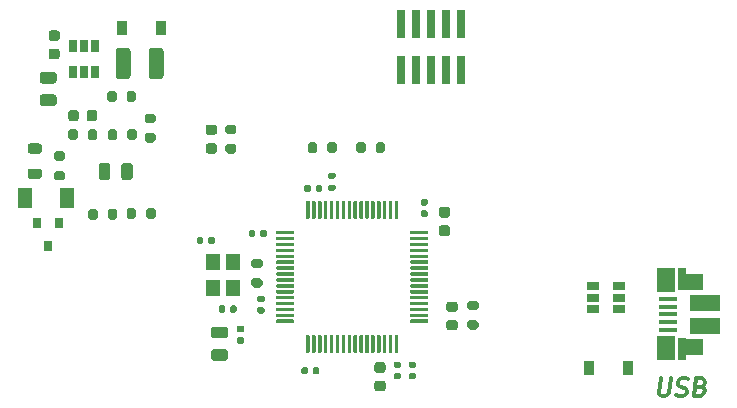
<source format=gbr>
%TF.GenerationSoftware,KiCad,Pcbnew,(5.1.9)-1*%
%TF.CreationDate,2021-03-08T12:26:08+05:30*%
%TF.ProjectId,STM32F4,53544d33-3246-4342-9e6b-696361645f70,rev?*%
%TF.SameCoordinates,Original*%
%TF.FileFunction,Paste,Top*%
%TF.FilePolarity,Positive*%
%FSLAX46Y46*%
G04 Gerber Fmt 4.6, Leading zero omitted, Abs format (unit mm)*
G04 Created by KiCad (PCBNEW (5.1.9)-1) date 2021-03-08 12:26:08*
%MOMM*%
%LPD*%
G01*
G04 APERTURE LIST*
%ADD10C,0.300000*%
%ADD11R,0.740000X2.400000*%
%ADD12R,0.800000X0.900000*%
%ADD13R,0.650000X1.060000*%
%ADD14R,1.060000X0.650000*%
%ADD15R,1.200000X1.400000*%
%ADD16R,2.000000X1.350000*%
%ADD17R,0.700000X1.825000*%
%ADD18R,1.500000X2.000000*%
%ADD19R,1.650000X0.400000*%
%ADD20R,2.500000X1.430000*%
%ADD21R,0.900000X1.200000*%
%ADD22R,1.300000X1.700000*%
G04 APERTURE END LIST*
D10*
X89438571Y-59028571D02*
X89286785Y-60242857D01*
X89340357Y-60385714D01*
X89402857Y-60457142D01*
X89536785Y-60528571D01*
X89822500Y-60528571D01*
X89974285Y-60457142D01*
X90054642Y-60385714D01*
X90143928Y-60242857D01*
X90295714Y-59028571D01*
X90760000Y-60457142D02*
X90965357Y-60528571D01*
X91322500Y-60528571D01*
X91474285Y-60457142D01*
X91554642Y-60385714D01*
X91643928Y-60242857D01*
X91661785Y-60100000D01*
X91608214Y-59957142D01*
X91545714Y-59885714D01*
X91411785Y-59814285D01*
X91135000Y-59742857D01*
X91001071Y-59671428D01*
X90938571Y-59600000D01*
X90885000Y-59457142D01*
X90902857Y-59314285D01*
X90992142Y-59171428D01*
X91072500Y-59100000D01*
X91224285Y-59028571D01*
X91581428Y-59028571D01*
X91786785Y-59100000D01*
X92849285Y-59742857D02*
X93054642Y-59814285D01*
X93117142Y-59885714D01*
X93170714Y-60028571D01*
X93143928Y-60242857D01*
X93054642Y-60385714D01*
X92974285Y-60457142D01*
X92822500Y-60528571D01*
X92251071Y-60528571D01*
X92438571Y-59028571D01*
X92938571Y-59028571D01*
X93072500Y-59100000D01*
X93135000Y-59171428D01*
X93188571Y-59314285D01*
X93170714Y-59457142D01*
X93081428Y-59600000D01*
X93001071Y-59671428D01*
X92849285Y-59742857D01*
X92349285Y-59742857D01*
%TO.C,C1*%
G36*
G01*
X37850000Y-31125000D02*
X38350000Y-31125000D01*
G75*
G02*
X38575000Y-31350000I0J-225000D01*
G01*
X38575000Y-31800000D01*
G75*
G02*
X38350000Y-32025000I-225000J0D01*
G01*
X37850000Y-32025000D01*
G75*
G02*
X37625000Y-31800000I0J225000D01*
G01*
X37625000Y-31350000D01*
G75*
G02*
X37850000Y-31125000I225000J0D01*
G01*
G37*
G36*
G01*
X37850000Y-29575000D02*
X38350000Y-29575000D01*
G75*
G02*
X38575000Y-29800000I0J-225000D01*
G01*
X38575000Y-30250000D01*
G75*
G02*
X38350000Y-30475000I-225000J0D01*
G01*
X37850000Y-30475000D01*
G75*
G02*
X37625000Y-30250000I0J225000D01*
G01*
X37625000Y-29800000D01*
G75*
G02*
X37850000Y-29575000I225000J0D01*
G01*
G37*
%TD*%
%TO.C,U3*%
G36*
G01*
X59436500Y-45481500D02*
X59436500Y-44081500D01*
G75*
G02*
X59511500Y-44006500I75000J0D01*
G01*
X59661500Y-44006500D01*
G75*
G02*
X59736500Y-44081500I0J-75000D01*
G01*
X59736500Y-45481500D01*
G75*
G02*
X59661500Y-45556500I-75000J0D01*
G01*
X59511500Y-45556500D01*
G75*
G02*
X59436500Y-45481500I0J75000D01*
G01*
G37*
G36*
G01*
X59936500Y-45481500D02*
X59936500Y-44081500D01*
G75*
G02*
X60011500Y-44006500I75000J0D01*
G01*
X60161500Y-44006500D01*
G75*
G02*
X60236500Y-44081500I0J-75000D01*
G01*
X60236500Y-45481500D01*
G75*
G02*
X60161500Y-45556500I-75000J0D01*
G01*
X60011500Y-45556500D01*
G75*
G02*
X59936500Y-45481500I0J75000D01*
G01*
G37*
G36*
G01*
X60436500Y-45481500D02*
X60436500Y-44081500D01*
G75*
G02*
X60511500Y-44006500I75000J0D01*
G01*
X60661500Y-44006500D01*
G75*
G02*
X60736500Y-44081500I0J-75000D01*
G01*
X60736500Y-45481500D01*
G75*
G02*
X60661500Y-45556500I-75000J0D01*
G01*
X60511500Y-45556500D01*
G75*
G02*
X60436500Y-45481500I0J75000D01*
G01*
G37*
G36*
G01*
X60936500Y-45481500D02*
X60936500Y-44081500D01*
G75*
G02*
X61011500Y-44006500I75000J0D01*
G01*
X61161500Y-44006500D01*
G75*
G02*
X61236500Y-44081500I0J-75000D01*
G01*
X61236500Y-45481500D01*
G75*
G02*
X61161500Y-45556500I-75000J0D01*
G01*
X61011500Y-45556500D01*
G75*
G02*
X60936500Y-45481500I0J75000D01*
G01*
G37*
G36*
G01*
X61436500Y-45481500D02*
X61436500Y-44081500D01*
G75*
G02*
X61511500Y-44006500I75000J0D01*
G01*
X61661500Y-44006500D01*
G75*
G02*
X61736500Y-44081500I0J-75000D01*
G01*
X61736500Y-45481500D01*
G75*
G02*
X61661500Y-45556500I-75000J0D01*
G01*
X61511500Y-45556500D01*
G75*
G02*
X61436500Y-45481500I0J75000D01*
G01*
G37*
G36*
G01*
X61936500Y-45481500D02*
X61936500Y-44081500D01*
G75*
G02*
X62011500Y-44006500I75000J0D01*
G01*
X62161500Y-44006500D01*
G75*
G02*
X62236500Y-44081500I0J-75000D01*
G01*
X62236500Y-45481500D01*
G75*
G02*
X62161500Y-45556500I-75000J0D01*
G01*
X62011500Y-45556500D01*
G75*
G02*
X61936500Y-45481500I0J75000D01*
G01*
G37*
G36*
G01*
X62436500Y-45481500D02*
X62436500Y-44081500D01*
G75*
G02*
X62511500Y-44006500I75000J0D01*
G01*
X62661500Y-44006500D01*
G75*
G02*
X62736500Y-44081500I0J-75000D01*
G01*
X62736500Y-45481500D01*
G75*
G02*
X62661500Y-45556500I-75000J0D01*
G01*
X62511500Y-45556500D01*
G75*
G02*
X62436500Y-45481500I0J75000D01*
G01*
G37*
G36*
G01*
X62936500Y-45481500D02*
X62936500Y-44081500D01*
G75*
G02*
X63011500Y-44006500I75000J0D01*
G01*
X63161500Y-44006500D01*
G75*
G02*
X63236500Y-44081500I0J-75000D01*
G01*
X63236500Y-45481500D01*
G75*
G02*
X63161500Y-45556500I-75000J0D01*
G01*
X63011500Y-45556500D01*
G75*
G02*
X62936500Y-45481500I0J75000D01*
G01*
G37*
G36*
G01*
X63436500Y-45481500D02*
X63436500Y-44081500D01*
G75*
G02*
X63511500Y-44006500I75000J0D01*
G01*
X63661500Y-44006500D01*
G75*
G02*
X63736500Y-44081500I0J-75000D01*
G01*
X63736500Y-45481500D01*
G75*
G02*
X63661500Y-45556500I-75000J0D01*
G01*
X63511500Y-45556500D01*
G75*
G02*
X63436500Y-45481500I0J75000D01*
G01*
G37*
G36*
G01*
X63936500Y-45481500D02*
X63936500Y-44081500D01*
G75*
G02*
X64011500Y-44006500I75000J0D01*
G01*
X64161500Y-44006500D01*
G75*
G02*
X64236500Y-44081500I0J-75000D01*
G01*
X64236500Y-45481500D01*
G75*
G02*
X64161500Y-45556500I-75000J0D01*
G01*
X64011500Y-45556500D01*
G75*
G02*
X63936500Y-45481500I0J75000D01*
G01*
G37*
G36*
G01*
X64436500Y-45481500D02*
X64436500Y-44081500D01*
G75*
G02*
X64511500Y-44006500I75000J0D01*
G01*
X64661500Y-44006500D01*
G75*
G02*
X64736500Y-44081500I0J-75000D01*
G01*
X64736500Y-45481500D01*
G75*
G02*
X64661500Y-45556500I-75000J0D01*
G01*
X64511500Y-45556500D01*
G75*
G02*
X64436500Y-45481500I0J75000D01*
G01*
G37*
G36*
G01*
X64936500Y-45481500D02*
X64936500Y-44081500D01*
G75*
G02*
X65011500Y-44006500I75000J0D01*
G01*
X65161500Y-44006500D01*
G75*
G02*
X65236500Y-44081500I0J-75000D01*
G01*
X65236500Y-45481500D01*
G75*
G02*
X65161500Y-45556500I-75000J0D01*
G01*
X65011500Y-45556500D01*
G75*
G02*
X64936500Y-45481500I0J75000D01*
G01*
G37*
G36*
G01*
X65436500Y-45481500D02*
X65436500Y-44081500D01*
G75*
G02*
X65511500Y-44006500I75000J0D01*
G01*
X65661500Y-44006500D01*
G75*
G02*
X65736500Y-44081500I0J-75000D01*
G01*
X65736500Y-45481500D01*
G75*
G02*
X65661500Y-45556500I-75000J0D01*
G01*
X65511500Y-45556500D01*
G75*
G02*
X65436500Y-45481500I0J75000D01*
G01*
G37*
G36*
G01*
X65936500Y-45481500D02*
X65936500Y-44081500D01*
G75*
G02*
X66011500Y-44006500I75000J0D01*
G01*
X66161500Y-44006500D01*
G75*
G02*
X66236500Y-44081500I0J-75000D01*
G01*
X66236500Y-45481500D01*
G75*
G02*
X66161500Y-45556500I-75000J0D01*
G01*
X66011500Y-45556500D01*
G75*
G02*
X65936500Y-45481500I0J75000D01*
G01*
G37*
G36*
G01*
X66436500Y-45481500D02*
X66436500Y-44081500D01*
G75*
G02*
X66511500Y-44006500I75000J0D01*
G01*
X66661500Y-44006500D01*
G75*
G02*
X66736500Y-44081500I0J-75000D01*
G01*
X66736500Y-45481500D01*
G75*
G02*
X66661500Y-45556500I-75000J0D01*
G01*
X66511500Y-45556500D01*
G75*
G02*
X66436500Y-45481500I0J75000D01*
G01*
G37*
G36*
G01*
X66936500Y-45481500D02*
X66936500Y-44081500D01*
G75*
G02*
X67011500Y-44006500I75000J0D01*
G01*
X67161500Y-44006500D01*
G75*
G02*
X67236500Y-44081500I0J-75000D01*
G01*
X67236500Y-45481500D01*
G75*
G02*
X67161500Y-45556500I-75000J0D01*
G01*
X67011500Y-45556500D01*
G75*
G02*
X66936500Y-45481500I0J75000D01*
G01*
G37*
G36*
G01*
X68236500Y-46781500D02*
X68236500Y-46631500D01*
G75*
G02*
X68311500Y-46556500I75000J0D01*
G01*
X69711500Y-46556500D01*
G75*
G02*
X69786500Y-46631500I0J-75000D01*
G01*
X69786500Y-46781500D01*
G75*
G02*
X69711500Y-46856500I-75000J0D01*
G01*
X68311500Y-46856500D01*
G75*
G02*
X68236500Y-46781500I0J75000D01*
G01*
G37*
G36*
G01*
X68236500Y-47281500D02*
X68236500Y-47131500D01*
G75*
G02*
X68311500Y-47056500I75000J0D01*
G01*
X69711500Y-47056500D01*
G75*
G02*
X69786500Y-47131500I0J-75000D01*
G01*
X69786500Y-47281500D01*
G75*
G02*
X69711500Y-47356500I-75000J0D01*
G01*
X68311500Y-47356500D01*
G75*
G02*
X68236500Y-47281500I0J75000D01*
G01*
G37*
G36*
G01*
X68236500Y-47781500D02*
X68236500Y-47631500D01*
G75*
G02*
X68311500Y-47556500I75000J0D01*
G01*
X69711500Y-47556500D01*
G75*
G02*
X69786500Y-47631500I0J-75000D01*
G01*
X69786500Y-47781500D01*
G75*
G02*
X69711500Y-47856500I-75000J0D01*
G01*
X68311500Y-47856500D01*
G75*
G02*
X68236500Y-47781500I0J75000D01*
G01*
G37*
G36*
G01*
X68236500Y-48281500D02*
X68236500Y-48131500D01*
G75*
G02*
X68311500Y-48056500I75000J0D01*
G01*
X69711500Y-48056500D01*
G75*
G02*
X69786500Y-48131500I0J-75000D01*
G01*
X69786500Y-48281500D01*
G75*
G02*
X69711500Y-48356500I-75000J0D01*
G01*
X68311500Y-48356500D01*
G75*
G02*
X68236500Y-48281500I0J75000D01*
G01*
G37*
G36*
G01*
X68236500Y-48781500D02*
X68236500Y-48631500D01*
G75*
G02*
X68311500Y-48556500I75000J0D01*
G01*
X69711500Y-48556500D01*
G75*
G02*
X69786500Y-48631500I0J-75000D01*
G01*
X69786500Y-48781500D01*
G75*
G02*
X69711500Y-48856500I-75000J0D01*
G01*
X68311500Y-48856500D01*
G75*
G02*
X68236500Y-48781500I0J75000D01*
G01*
G37*
G36*
G01*
X68236500Y-49281500D02*
X68236500Y-49131500D01*
G75*
G02*
X68311500Y-49056500I75000J0D01*
G01*
X69711500Y-49056500D01*
G75*
G02*
X69786500Y-49131500I0J-75000D01*
G01*
X69786500Y-49281500D01*
G75*
G02*
X69711500Y-49356500I-75000J0D01*
G01*
X68311500Y-49356500D01*
G75*
G02*
X68236500Y-49281500I0J75000D01*
G01*
G37*
G36*
G01*
X68236500Y-49781500D02*
X68236500Y-49631500D01*
G75*
G02*
X68311500Y-49556500I75000J0D01*
G01*
X69711500Y-49556500D01*
G75*
G02*
X69786500Y-49631500I0J-75000D01*
G01*
X69786500Y-49781500D01*
G75*
G02*
X69711500Y-49856500I-75000J0D01*
G01*
X68311500Y-49856500D01*
G75*
G02*
X68236500Y-49781500I0J75000D01*
G01*
G37*
G36*
G01*
X68236500Y-50281500D02*
X68236500Y-50131500D01*
G75*
G02*
X68311500Y-50056500I75000J0D01*
G01*
X69711500Y-50056500D01*
G75*
G02*
X69786500Y-50131500I0J-75000D01*
G01*
X69786500Y-50281500D01*
G75*
G02*
X69711500Y-50356500I-75000J0D01*
G01*
X68311500Y-50356500D01*
G75*
G02*
X68236500Y-50281500I0J75000D01*
G01*
G37*
G36*
G01*
X68236500Y-50781500D02*
X68236500Y-50631500D01*
G75*
G02*
X68311500Y-50556500I75000J0D01*
G01*
X69711500Y-50556500D01*
G75*
G02*
X69786500Y-50631500I0J-75000D01*
G01*
X69786500Y-50781500D01*
G75*
G02*
X69711500Y-50856500I-75000J0D01*
G01*
X68311500Y-50856500D01*
G75*
G02*
X68236500Y-50781500I0J75000D01*
G01*
G37*
G36*
G01*
X68236500Y-51281500D02*
X68236500Y-51131500D01*
G75*
G02*
X68311500Y-51056500I75000J0D01*
G01*
X69711500Y-51056500D01*
G75*
G02*
X69786500Y-51131500I0J-75000D01*
G01*
X69786500Y-51281500D01*
G75*
G02*
X69711500Y-51356500I-75000J0D01*
G01*
X68311500Y-51356500D01*
G75*
G02*
X68236500Y-51281500I0J75000D01*
G01*
G37*
G36*
G01*
X68236500Y-51781500D02*
X68236500Y-51631500D01*
G75*
G02*
X68311500Y-51556500I75000J0D01*
G01*
X69711500Y-51556500D01*
G75*
G02*
X69786500Y-51631500I0J-75000D01*
G01*
X69786500Y-51781500D01*
G75*
G02*
X69711500Y-51856500I-75000J0D01*
G01*
X68311500Y-51856500D01*
G75*
G02*
X68236500Y-51781500I0J75000D01*
G01*
G37*
G36*
G01*
X68236500Y-52281500D02*
X68236500Y-52131500D01*
G75*
G02*
X68311500Y-52056500I75000J0D01*
G01*
X69711500Y-52056500D01*
G75*
G02*
X69786500Y-52131500I0J-75000D01*
G01*
X69786500Y-52281500D01*
G75*
G02*
X69711500Y-52356500I-75000J0D01*
G01*
X68311500Y-52356500D01*
G75*
G02*
X68236500Y-52281500I0J75000D01*
G01*
G37*
G36*
G01*
X68236500Y-52781500D02*
X68236500Y-52631500D01*
G75*
G02*
X68311500Y-52556500I75000J0D01*
G01*
X69711500Y-52556500D01*
G75*
G02*
X69786500Y-52631500I0J-75000D01*
G01*
X69786500Y-52781500D01*
G75*
G02*
X69711500Y-52856500I-75000J0D01*
G01*
X68311500Y-52856500D01*
G75*
G02*
X68236500Y-52781500I0J75000D01*
G01*
G37*
G36*
G01*
X68236500Y-53281500D02*
X68236500Y-53131500D01*
G75*
G02*
X68311500Y-53056500I75000J0D01*
G01*
X69711500Y-53056500D01*
G75*
G02*
X69786500Y-53131500I0J-75000D01*
G01*
X69786500Y-53281500D01*
G75*
G02*
X69711500Y-53356500I-75000J0D01*
G01*
X68311500Y-53356500D01*
G75*
G02*
X68236500Y-53281500I0J75000D01*
G01*
G37*
G36*
G01*
X68236500Y-53781500D02*
X68236500Y-53631500D01*
G75*
G02*
X68311500Y-53556500I75000J0D01*
G01*
X69711500Y-53556500D01*
G75*
G02*
X69786500Y-53631500I0J-75000D01*
G01*
X69786500Y-53781500D01*
G75*
G02*
X69711500Y-53856500I-75000J0D01*
G01*
X68311500Y-53856500D01*
G75*
G02*
X68236500Y-53781500I0J75000D01*
G01*
G37*
G36*
G01*
X68236500Y-54281500D02*
X68236500Y-54131500D01*
G75*
G02*
X68311500Y-54056500I75000J0D01*
G01*
X69711500Y-54056500D01*
G75*
G02*
X69786500Y-54131500I0J-75000D01*
G01*
X69786500Y-54281500D01*
G75*
G02*
X69711500Y-54356500I-75000J0D01*
G01*
X68311500Y-54356500D01*
G75*
G02*
X68236500Y-54281500I0J75000D01*
G01*
G37*
G36*
G01*
X66936500Y-56831500D02*
X66936500Y-55431500D01*
G75*
G02*
X67011500Y-55356500I75000J0D01*
G01*
X67161500Y-55356500D01*
G75*
G02*
X67236500Y-55431500I0J-75000D01*
G01*
X67236500Y-56831500D01*
G75*
G02*
X67161500Y-56906500I-75000J0D01*
G01*
X67011500Y-56906500D01*
G75*
G02*
X66936500Y-56831500I0J75000D01*
G01*
G37*
G36*
G01*
X66436500Y-56831500D02*
X66436500Y-55431500D01*
G75*
G02*
X66511500Y-55356500I75000J0D01*
G01*
X66661500Y-55356500D01*
G75*
G02*
X66736500Y-55431500I0J-75000D01*
G01*
X66736500Y-56831500D01*
G75*
G02*
X66661500Y-56906500I-75000J0D01*
G01*
X66511500Y-56906500D01*
G75*
G02*
X66436500Y-56831500I0J75000D01*
G01*
G37*
G36*
G01*
X65936500Y-56831500D02*
X65936500Y-55431500D01*
G75*
G02*
X66011500Y-55356500I75000J0D01*
G01*
X66161500Y-55356500D01*
G75*
G02*
X66236500Y-55431500I0J-75000D01*
G01*
X66236500Y-56831500D01*
G75*
G02*
X66161500Y-56906500I-75000J0D01*
G01*
X66011500Y-56906500D01*
G75*
G02*
X65936500Y-56831500I0J75000D01*
G01*
G37*
G36*
G01*
X65436500Y-56831500D02*
X65436500Y-55431500D01*
G75*
G02*
X65511500Y-55356500I75000J0D01*
G01*
X65661500Y-55356500D01*
G75*
G02*
X65736500Y-55431500I0J-75000D01*
G01*
X65736500Y-56831500D01*
G75*
G02*
X65661500Y-56906500I-75000J0D01*
G01*
X65511500Y-56906500D01*
G75*
G02*
X65436500Y-56831500I0J75000D01*
G01*
G37*
G36*
G01*
X64936500Y-56831500D02*
X64936500Y-55431500D01*
G75*
G02*
X65011500Y-55356500I75000J0D01*
G01*
X65161500Y-55356500D01*
G75*
G02*
X65236500Y-55431500I0J-75000D01*
G01*
X65236500Y-56831500D01*
G75*
G02*
X65161500Y-56906500I-75000J0D01*
G01*
X65011500Y-56906500D01*
G75*
G02*
X64936500Y-56831500I0J75000D01*
G01*
G37*
G36*
G01*
X64436500Y-56831500D02*
X64436500Y-55431500D01*
G75*
G02*
X64511500Y-55356500I75000J0D01*
G01*
X64661500Y-55356500D01*
G75*
G02*
X64736500Y-55431500I0J-75000D01*
G01*
X64736500Y-56831500D01*
G75*
G02*
X64661500Y-56906500I-75000J0D01*
G01*
X64511500Y-56906500D01*
G75*
G02*
X64436500Y-56831500I0J75000D01*
G01*
G37*
G36*
G01*
X63936500Y-56831500D02*
X63936500Y-55431500D01*
G75*
G02*
X64011500Y-55356500I75000J0D01*
G01*
X64161500Y-55356500D01*
G75*
G02*
X64236500Y-55431500I0J-75000D01*
G01*
X64236500Y-56831500D01*
G75*
G02*
X64161500Y-56906500I-75000J0D01*
G01*
X64011500Y-56906500D01*
G75*
G02*
X63936500Y-56831500I0J75000D01*
G01*
G37*
G36*
G01*
X63436500Y-56831500D02*
X63436500Y-55431500D01*
G75*
G02*
X63511500Y-55356500I75000J0D01*
G01*
X63661500Y-55356500D01*
G75*
G02*
X63736500Y-55431500I0J-75000D01*
G01*
X63736500Y-56831500D01*
G75*
G02*
X63661500Y-56906500I-75000J0D01*
G01*
X63511500Y-56906500D01*
G75*
G02*
X63436500Y-56831500I0J75000D01*
G01*
G37*
G36*
G01*
X62936500Y-56831500D02*
X62936500Y-55431500D01*
G75*
G02*
X63011500Y-55356500I75000J0D01*
G01*
X63161500Y-55356500D01*
G75*
G02*
X63236500Y-55431500I0J-75000D01*
G01*
X63236500Y-56831500D01*
G75*
G02*
X63161500Y-56906500I-75000J0D01*
G01*
X63011500Y-56906500D01*
G75*
G02*
X62936500Y-56831500I0J75000D01*
G01*
G37*
G36*
G01*
X62436500Y-56831500D02*
X62436500Y-55431500D01*
G75*
G02*
X62511500Y-55356500I75000J0D01*
G01*
X62661500Y-55356500D01*
G75*
G02*
X62736500Y-55431500I0J-75000D01*
G01*
X62736500Y-56831500D01*
G75*
G02*
X62661500Y-56906500I-75000J0D01*
G01*
X62511500Y-56906500D01*
G75*
G02*
X62436500Y-56831500I0J75000D01*
G01*
G37*
G36*
G01*
X61936500Y-56831500D02*
X61936500Y-55431500D01*
G75*
G02*
X62011500Y-55356500I75000J0D01*
G01*
X62161500Y-55356500D01*
G75*
G02*
X62236500Y-55431500I0J-75000D01*
G01*
X62236500Y-56831500D01*
G75*
G02*
X62161500Y-56906500I-75000J0D01*
G01*
X62011500Y-56906500D01*
G75*
G02*
X61936500Y-56831500I0J75000D01*
G01*
G37*
G36*
G01*
X61436500Y-56831500D02*
X61436500Y-55431500D01*
G75*
G02*
X61511500Y-55356500I75000J0D01*
G01*
X61661500Y-55356500D01*
G75*
G02*
X61736500Y-55431500I0J-75000D01*
G01*
X61736500Y-56831500D01*
G75*
G02*
X61661500Y-56906500I-75000J0D01*
G01*
X61511500Y-56906500D01*
G75*
G02*
X61436500Y-56831500I0J75000D01*
G01*
G37*
G36*
G01*
X60936500Y-56831500D02*
X60936500Y-55431500D01*
G75*
G02*
X61011500Y-55356500I75000J0D01*
G01*
X61161500Y-55356500D01*
G75*
G02*
X61236500Y-55431500I0J-75000D01*
G01*
X61236500Y-56831500D01*
G75*
G02*
X61161500Y-56906500I-75000J0D01*
G01*
X61011500Y-56906500D01*
G75*
G02*
X60936500Y-56831500I0J75000D01*
G01*
G37*
G36*
G01*
X60436500Y-56831500D02*
X60436500Y-55431500D01*
G75*
G02*
X60511500Y-55356500I75000J0D01*
G01*
X60661500Y-55356500D01*
G75*
G02*
X60736500Y-55431500I0J-75000D01*
G01*
X60736500Y-56831500D01*
G75*
G02*
X60661500Y-56906500I-75000J0D01*
G01*
X60511500Y-56906500D01*
G75*
G02*
X60436500Y-56831500I0J75000D01*
G01*
G37*
G36*
G01*
X59936500Y-56831500D02*
X59936500Y-55431500D01*
G75*
G02*
X60011500Y-55356500I75000J0D01*
G01*
X60161500Y-55356500D01*
G75*
G02*
X60236500Y-55431500I0J-75000D01*
G01*
X60236500Y-56831500D01*
G75*
G02*
X60161500Y-56906500I-75000J0D01*
G01*
X60011500Y-56906500D01*
G75*
G02*
X59936500Y-56831500I0J75000D01*
G01*
G37*
G36*
G01*
X59436500Y-56831500D02*
X59436500Y-55431500D01*
G75*
G02*
X59511500Y-55356500I75000J0D01*
G01*
X59661500Y-55356500D01*
G75*
G02*
X59736500Y-55431500I0J-75000D01*
G01*
X59736500Y-56831500D01*
G75*
G02*
X59661500Y-56906500I-75000J0D01*
G01*
X59511500Y-56906500D01*
G75*
G02*
X59436500Y-56831500I0J75000D01*
G01*
G37*
G36*
G01*
X56886500Y-54281500D02*
X56886500Y-54131500D01*
G75*
G02*
X56961500Y-54056500I75000J0D01*
G01*
X58361500Y-54056500D01*
G75*
G02*
X58436500Y-54131500I0J-75000D01*
G01*
X58436500Y-54281500D01*
G75*
G02*
X58361500Y-54356500I-75000J0D01*
G01*
X56961500Y-54356500D01*
G75*
G02*
X56886500Y-54281500I0J75000D01*
G01*
G37*
G36*
G01*
X56886500Y-53781500D02*
X56886500Y-53631500D01*
G75*
G02*
X56961500Y-53556500I75000J0D01*
G01*
X58361500Y-53556500D01*
G75*
G02*
X58436500Y-53631500I0J-75000D01*
G01*
X58436500Y-53781500D01*
G75*
G02*
X58361500Y-53856500I-75000J0D01*
G01*
X56961500Y-53856500D01*
G75*
G02*
X56886500Y-53781500I0J75000D01*
G01*
G37*
G36*
G01*
X56886500Y-53281500D02*
X56886500Y-53131500D01*
G75*
G02*
X56961500Y-53056500I75000J0D01*
G01*
X58361500Y-53056500D01*
G75*
G02*
X58436500Y-53131500I0J-75000D01*
G01*
X58436500Y-53281500D01*
G75*
G02*
X58361500Y-53356500I-75000J0D01*
G01*
X56961500Y-53356500D01*
G75*
G02*
X56886500Y-53281500I0J75000D01*
G01*
G37*
G36*
G01*
X56886500Y-52781500D02*
X56886500Y-52631500D01*
G75*
G02*
X56961500Y-52556500I75000J0D01*
G01*
X58361500Y-52556500D01*
G75*
G02*
X58436500Y-52631500I0J-75000D01*
G01*
X58436500Y-52781500D01*
G75*
G02*
X58361500Y-52856500I-75000J0D01*
G01*
X56961500Y-52856500D01*
G75*
G02*
X56886500Y-52781500I0J75000D01*
G01*
G37*
G36*
G01*
X56886500Y-52281500D02*
X56886500Y-52131500D01*
G75*
G02*
X56961500Y-52056500I75000J0D01*
G01*
X58361500Y-52056500D01*
G75*
G02*
X58436500Y-52131500I0J-75000D01*
G01*
X58436500Y-52281500D01*
G75*
G02*
X58361500Y-52356500I-75000J0D01*
G01*
X56961500Y-52356500D01*
G75*
G02*
X56886500Y-52281500I0J75000D01*
G01*
G37*
G36*
G01*
X56886500Y-51781500D02*
X56886500Y-51631500D01*
G75*
G02*
X56961500Y-51556500I75000J0D01*
G01*
X58361500Y-51556500D01*
G75*
G02*
X58436500Y-51631500I0J-75000D01*
G01*
X58436500Y-51781500D01*
G75*
G02*
X58361500Y-51856500I-75000J0D01*
G01*
X56961500Y-51856500D01*
G75*
G02*
X56886500Y-51781500I0J75000D01*
G01*
G37*
G36*
G01*
X56886500Y-51281500D02*
X56886500Y-51131500D01*
G75*
G02*
X56961500Y-51056500I75000J0D01*
G01*
X58361500Y-51056500D01*
G75*
G02*
X58436500Y-51131500I0J-75000D01*
G01*
X58436500Y-51281500D01*
G75*
G02*
X58361500Y-51356500I-75000J0D01*
G01*
X56961500Y-51356500D01*
G75*
G02*
X56886500Y-51281500I0J75000D01*
G01*
G37*
G36*
G01*
X56886500Y-50781500D02*
X56886500Y-50631500D01*
G75*
G02*
X56961500Y-50556500I75000J0D01*
G01*
X58361500Y-50556500D01*
G75*
G02*
X58436500Y-50631500I0J-75000D01*
G01*
X58436500Y-50781500D01*
G75*
G02*
X58361500Y-50856500I-75000J0D01*
G01*
X56961500Y-50856500D01*
G75*
G02*
X56886500Y-50781500I0J75000D01*
G01*
G37*
G36*
G01*
X56886500Y-50281500D02*
X56886500Y-50131500D01*
G75*
G02*
X56961500Y-50056500I75000J0D01*
G01*
X58361500Y-50056500D01*
G75*
G02*
X58436500Y-50131500I0J-75000D01*
G01*
X58436500Y-50281500D01*
G75*
G02*
X58361500Y-50356500I-75000J0D01*
G01*
X56961500Y-50356500D01*
G75*
G02*
X56886500Y-50281500I0J75000D01*
G01*
G37*
G36*
G01*
X56886500Y-49781500D02*
X56886500Y-49631500D01*
G75*
G02*
X56961500Y-49556500I75000J0D01*
G01*
X58361500Y-49556500D01*
G75*
G02*
X58436500Y-49631500I0J-75000D01*
G01*
X58436500Y-49781500D01*
G75*
G02*
X58361500Y-49856500I-75000J0D01*
G01*
X56961500Y-49856500D01*
G75*
G02*
X56886500Y-49781500I0J75000D01*
G01*
G37*
G36*
G01*
X56886500Y-49281500D02*
X56886500Y-49131500D01*
G75*
G02*
X56961500Y-49056500I75000J0D01*
G01*
X58361500Y-49056500D01*
G75*
G02*
X58436500Y-49131500I0J-75000D01*
G01*
X58436500Y-49281500D01*
G75*
G02*
X58361500Y-49356500I-75000J0D01*
G01*
X56961500Y-49356500D01*
G75*
G02*
X56886500Y-49281500I0J75000D01*
G01*
G37*
G36*
G01*
X56886500Y-48781500D02*
X56886500Y-48631500D01*
G75*
G02*
X56961500Y-48556500I75000J0D01*
G01*
X58361500Y-48556500D01*
G75*
G02*
X58436500Y-48631500I0J-75000D01*
G01*
X58436500Y-48781500D01*
G75*
G02*
X58361500Y-48856500I-75000J0D01*
G01*
X56961500Y-48856500D01*
G75*
G02*
X56886500Y-48781500I0J75000D01*
G01*
G37*
G36*
G01*
X56886500Y-48281500D02*
X56886500Y-48131500D01*
G75*
G02*
X56961500Y-48056500I75000J0D01*
G01*
X58361500Y-48056500D01*
G75*
G02*
X58436500Y-48131500I0J-75000D01*
G01*
X58436500Y-48281500D01*
G75*
G02*
X58361500Y-48356500I-75000J0D01*
G01*
X56961500Y-48356500D01*
G75*
G02*
X56886500Y-48281500I0J75000D01*
G01*
G37*
G36*
G01*
X56886500Y-47781500D02*
X56886500Y-47631500D01*
G75*
G02*
X56961500Y-47556500I75000J0D01*
G01*
X58361500Y-47556500D01*
G75*
G02*
X58436500Y-47631500I0J-75000D01*
G01*
X58436500Y-47781500D01*
G75*
G02*
X58361500Y-47856500I-75000J0D01*
G01*
X56961500Y-47856500D01*
G75*
G02*
X56886500Y-47781500I0J75000D01*
G01*
G37*
G36*
G01*
X56886500Y-47281500D02*
X56886500Y-47131500D01*
G75*
G02*
X56961500Y-47056500I75000J0D01*
G01*
X58361500Y-47056500D01*
G75*
G02*
X58436500Y-47131500I0J-75000D01*
G01*
X58436500Y-47281500D01*
G75*
G02*
X58361500Y-47356500I-75000J0D01*
G01*
X56961500Y-47356500D01*
G75*
G02*
X56886500Y-47281500I0J75000D01*
G01*
G37*
G36*
G01*
X56886500Y-46781500D02*
X56886500Y-46631500D01*
G75*
G02*
X56961500Y-46556500I75000J0D01*
G01*
X58361500Y-46556500D01*
G75*
G02*
X58436500Y-46631500I0J-75000D01*
G01*
X58436500Y-46781500D01*
G75*
G02*
X58361500Y-46856500I-75000J0D01*
G01*
X56961500Y-46856500D01*
G75*
G02*
X56886500Y-46781500I0J75000D01*
G01*
G37*
%TD*%
%TO.C,C12*%
G36*
G01*
X55770000Y-52600000D02*
X55430000Y-52600000D01*
G75*
G02*
X55290000Y-52460000I0J140000D01*
G01*
X55290000Y-52180000D01*
G75*
G02*
X55430000Y-52040000I140000J0D01*
G01*
X55770000Y-52040000D01*
G75*
G02*
X55910000Y-52180000I0J-140000D01*
G01*
X55910000Y-52460000D01*
G75*
G02*
X55770000Y-52600000I-140000J0D01*
G01*
G37*
G36*
G01*
X55770000Y-53560000D02*
X55430000Y-53560000D01*
G75*
G02*
X55290000Y-53420000I0J140000D01*
G01*
X55290000Y-53140000D01*
G75*
G02*
X55430000Y-53000000I140000J0D01*
G01*
X55770000Y-53000000D01*
G75*
G02*
X55910000Y-53140000I0J-140000D01*
G01*
X55910000Y-53420000D01*
G75*
G02*
X55770000Y-53560000I-140000J0D01*
G01*
G37*
%TD*%
%TO.C,C2*%
G36*
G01*
X40188000Y-36550000D02*
X40188000Y-37050000D01*
G75*
G02*
X39963000Y-37275000I-225000J0D01*
G01*
X39513000Y-37275000D01*
G75*
G02*
X39288000Y-37050000I0J225000D01*
G01*
X39288000Y-36550000D01*
G75*
G02*
X39513000Y-36325000I225000J0D01*
G01*
X39963000Y-36325000D01*
G75*
G02*
X40188000Y-36550000I0J-225000D01*
G01*
G37*
G36*
G01*
X41738000Y-36550000D02*
X41738000Y-37050000D01*
G75*
G02*
X41513000Y-37275000I-225000J0D01*
G01*
X41063000Y-37275000D01*
G75*
G02*
X40838000Y-37050000I0J225000D01*
G01*
X40838000Y-36550000D01*
G75*
G02*
X41063000Y-36325000I225000J0D01*
G01*
X41513000Y-36325000D01*
G75*
G02*
X41738000Y-36550000I0J-225000D01*
G01*
G37*
%TD*%
%TO.C,R4*%
G36*
G01*
X44240000Y-35454000D02*
X44240000Y-34904000D01*
G75*
G02*
X44440000Y-34704000I200000J0D01*
G01*
X44840000Y-34704000D01*
G75*
G02*
X45040000Y-34904000I0J-200000D01*
G01*
X45040000Y-35454000D01*
G75*
G02*
X44840000Y-35654000I-200000J0D01*
G01*
X44440000Y-35654000D01*
G75*
G02*
X44240000Y-35454000I0J200000D01*
G01*
G37*
G36*
G01*
X42590000Y-35454000D02*
X42590000Y-34904000D01*
G75*
G02*
X42790000Y-34704000I200000J0D01*
G01*
X43190000Y-34704000D01*
G75*
G02*
X43390000Y-34904000I0J-200000D01*
G01*
X43390000Y-35454000D01*
G75*
G02*
X43190000Y-35654000I-200000J0D01*
G01*
X42790000Y-35654000D01*
G75*
G02*
X42590000Y-35454000I0J200000D01*
G01*
G37*
%TD*%
%TO.C,R3*%
G36*
G01*
X44304000Y-38692500D02*
X44304000Y-38142500D01*
G75*
G02*
X44504000Y-37942500I200000J0D01*
G01*
X44904000Y-37942500D01*
G75*
G02*
X45104000Y-38142500I0J-200000D01*
G01*
X45104000Y-38692500D01*
G75*
G02*
X44904000Y-38892500I-200000J0D01*
G01*
X44504000Y-38892500D01*
G75*
G02*
X44304000Y-38692500I0J200000D01*
G01*
G37*
G36*
G01*
X42654000Y-38692500D02*
X42654000Y-38142500D01*
G75*
G02*
X42854000Y-37942500I200000J0D01*
G01*
X43254000Y-37942500D01*
G75*
G02*
X43454000Y-38142500I0J-200000D01*
G01*
X43454000Y-38692500D01*
G75*
G02*
X43254000Y-38892500I-200000J0D01*
G01*
X42854000Y-38892500D01*
G75*
G02*
X42654000Y-38692500I0J200000D01*
G01*
G37*
%TD*%
%TO.C,R2*%
G36*
G01*
X41003000Y-45423500D02*
X41003000Y-44873500D01*
G75*
G02*
X41203000Y-44673500I200000J0D01*
G01*
X41603000Y-44673500D01*
G75*
G02*
X41803000Y-44873500I0J-200000D01*
G01*
X41803000Y-45423500D01*
G75*
G02*
X41603000Y-45623500I-200000J0D01*
G01*
X41203000Y-45623500D01*
G75*
G02*
X41003000Y-45423500I0J200000D01*
G01*
G37*
G36*
G01*
X42653000Y-45423500D02*
X42653000Y-44873500D01*
G75*
G02*
X42853000Y-44673500I200000J0D01*
G01*
X43253000Y-44673500D01*
G75*
G02*
X43453000Y-44873500I0J-200000D01*
G01*
X43453000Y-45423500D01*
G75*
G02*
X43253000Y-45623500I-200000J0D01*
G01*
X42853000Y-45623500D01*
G75*
G02*
X42653000Y-45423500I0J200000D01*
G01*
G37*
%TD*%
D11*
%TO.C,J3*%
X72540000Y-29050000D03*
X72540000Y-32950000D03*
X71270000Y-29050000D03*
X71270000Y-32950000D03*
X70000000Y-29050000D03*
X70000000Y-32950000D03*
X68730000Y-29050000D03*
X68730000Y-32950000D03*
X67460000Y-29050000D03*
X67460000Y-32950000D03*
%TD*%
D12*
%TO.C,Q1*%
X37592000Y-47863000D03*
X36642000Y-45863000D03*
X38542000Y-45863000D03*
%TD*%
%TO.C,R13*%
G36*
G01*
X60375000Y-39225000D02*
X60375000Y-39775000D01*
G75*
G02*
X60175000Y-39975000I-200000J0D01*
G01*
X59775000Y-39975000D01*
G75*
G02*
X59575000Y-39775000I0J200000D01*
G01*
X59575000Y-39225000D01*
G75*
G02*
X59775000Y-39025000I200000J0D01*
G01*
X60175000Y-39025000D01*
G75*
G02*
X60375000Y-39225000I0J-200000D01*
G01*
G37*
G36*
G01*
X62025000Y-39225000D02*
X62025000Y-39775000D01*
G75*
G02*
X61825000Y-39975000I-200000J0D01*
G01*
X61425000Y-39975000D01*
G75*
G02*
X61225000Y-39775000I0J200000D01*
G01*
X61225000Y-39225000D01*
G75*
G02*
X61425000Y-39025000I200000J0D01*
G01*
X61825000Y-39025000D01*
G75*
G02*
X62025000Y-39225000I0J-200000D01*
G01*
G37*
%TD*%
D13*
%TO.C,U1*%
X39690000Y-33104000D03*
X40640000Y-33104000D03*
X41590000Y-33104000D03*
X41590000Y-30904000D03*
X39690000Y-30904000D03*
X40640000Y-30904000D03*
%TD*%
%TO.C,R1*%
G36*
G01*
X40088000Y-38142500D02*
X40088000Y-38692500D01*
G75*
G02*
X39888000Y-38892500I-200000J0D01*
G01*
X39488000Y-38892500D01*
G75*
G02*
X39288000Y-38692500I0J200000D01*
G01*
X39288000Y-38142500D01*
G75*
G02*
X39488000Y-37942500I200000J0D01*
G01*
X39888000Y-37942500D01*
G75*
G02*
X40088000Y-38142500I0J-200000D01*
G01*
G37*
G36*
G01*
X41738000Y-38142500D02*
X41738000Y-38692500D01*
G75*
G02*
X41538000Y-38892500I-200000J0D01*
G01*
X41138000Y-38892500D01*
G75*
G02*
X40938000Y-38692500I0J200000D01*
G01*
X40938000Y-38142500D01*
G75*
G02*
X41138000Y-37942500I200000J0D01*
G01*
X41538000Y-37942500D01*
G75*
G02*
X41738000Y-38142500I0J-200000D01*
G01*
G37*
%TD*%
%TO.C,R11*%
G36*
G01*
X55547000Y-49714000D02*
X54997000Y-49714000D01*
G75*
G02*
X54797000Y-49514000I0J200000D01*
G01*
X54797000Y-49114000D01*
G75*
G02*
X54997000Y-48914000I200000J0D01*
G01*
X55547000Y-48914000D01*
G75*
G02*
X55747000Y-49114000I0J-200000D01*
G01*
X55747000Y-49514000D01*
G75*
G02*
X55547000Y-49714000I-200000J0D01*
G01*
G37*
G36*
G01*
X55547000Y-51364000D02*
X54997000Y-51364000D01*
G75*
G02*
X54797000Y-51164000I0J200000D01*
G01*
X54797000Y-50764000D01*
G75*
G02*
X54997000Y-50564000I200000J0D01*
G01*
X55547000Y-50564000D01*
G75*
G02*
X55747000Y-50764000I0J-200000D01*
G01*
X55747000Y-51164000D01*
G75*
G02*
X55547000Y-51364000I-200000J0D01*
G01*
G37*
%TD*%
%TO.C,R10*%
G36*
G01*
X61785000Y-42160000D02*
X61415000Y-42160000D01*
G75*
G02*
X61280000Y-42025000I0J135000D01*
G01*
X61280000Y-41755000D01*
G75*
G02*
X61415000Y-41620000I135000J0D01*
G01*
X61785000Y-41620000D01*
G75*
G02*
X61920000Y-41755000I0J-135000D01*
G01*
X61920000Y-42025000D01*
G75*
G02*
X61785000Y-42160000I-135000J0D01*
G01*
G37*
G36*
G01*
X61785000Y-43180000D02*
X61415000Y-43180000D01*
G75*
G02*
X61280000Y-43045000I0J135000D01*
G01*
X61280000Y-42775000D01*
G75*
G02*
X61415000Y-42640000I135000J0D01*
G01*
X61785000Y-42640000D01*
G75*
G02*
X61920000Y-42775000I0J-135000D01*
G01*
X61920000Y-43045000D01*
G75*
G02*
X61785000Y-43180000I-135000J0D01*
G01*
G37*
%TD*%
D14*
%TO.C,U2*%
X85900000Y-52200000D03*
X85900000Y-51250000D03*
X85900000Y-53150000D03*
X83700000Y-53150000D03*
X83700000Y-52200000D03*
X83700000Y-51250000D03*
%TD*%
%TO.C,R6*%
G36*
G01*
X38819500Y-40628000D02*
X38269500Y-40628000D01*
G75*
G02*
X38069500Y-40428000I0J200000D01*
G01*
X38069500Y-40028000D01*
G75*
G02*
X38269500Y-39828000I200000J0D01*
G01*
X38819500Y-39828000D01*
G75*
G02*
X39019500Y-40028000I0J-200000D01*
G01*
X39019500Y-40428000D01*
G75*
G02*
X38819500Y-40628000I-200000J0D01*
G01*
G37*
G36*
G01*
X38819500Y-42278000D02*
X38269500Y-42278000D01*
G75*
G02*
X38069500Y-42078000I0J200000D01*
G01*
X38069500Y-41678000D01*
G75*
G02*
X38269500Y-41478000I200000J0D01*
G01*
X38819500Y-41478000D01*
G75*
G02*
X39019500Y-41678000I0J-200000D01*
G01*
X39019500Y-42078000D01*
G75*
G02*
X38819500Y-42278000I-200000J0D01*
G01*
G37*
%TD*%
%TO.C,R7*%
G36*
G01*
X44241000Y-45360000D02*
X44241000Y-44810000D01*
G75*
G02*
X44441000Y-44610000I200000J0D01*
G01*
X44841000Y-44610000D01*
G75*
G02*
X45041000Y-44810000I0J-200000D01*
G01*
X45041000Y-45360000D01*
G75*
G02*
X44841000Y-45560000I-200000J0D01*
G01*
X44441000Y-45560000D01*
G75*
G02*
X44241000Y-45360000I0J200000D01*
G01*
G37*
G36*
G01*
X45891000Y-45360000D02*
X45891000Y-44810000D01*
G75*
G02*
X46091000Y-44610000I200000J0D01*
G01*
X46491000Y-44610000D01*
G75*
G02*
X46691000Y-44810000I0J-200000D01*
G01*
X46691000Y-45360000D01*
G75*
G02*
X46491000Y-45560000I-200000J0D01*
G01*
X46091000Y-45560000D01*
G75*
G02*
X45891000Y-45360000I0J200000D01*
G01*
G37*
%TD*%
D15*
%TO.C,Y1*%
X53264500Y-49229500D03*
X53264500Y-51429500D03*
X51564500Y-51429500D03*
X51564500Y-49229500D03*
%TD*%
%TO.C,R9*%
G36*
G01*
X73835000Y-54920000D02*
X73285000Y-54920000D01*
G75*
G02*
X73085000Y-54720000I0J200000D01*
G01*
X73085000Y-54320000D01*
G75*
G02*
X73285000Y-54120000I200000J0D01*
G01*
X73835000Y-54120000D01*
G75*
G02*
X74035000Y-54320000I0J-200000D01*
G01*
X74035000Y-54720000D01*
G75*
G02*
X73835000Y-54920000I-200000J0D01*
G01*
G37*
G36*
G01*
X73835000Y-53270000D02*
X73285000Y-53270000D01*
G75*
G02*
X73085000Y-53070000I0J200000D01*
G01*
X73085000Y-52670000D01*
G75*
G02*
X73285000Y-52470000I200000J0D01*
G01*
X73835000Y-52470000D01*
G75*
G02*
X74035000Y-52670000I0J-200000D01*
G01*
X74035000Y-53070000D01*
G75*
G02*
X73835000Y-53270000I-200000J0D01*
G01*
G37*
%TD*%
%TO.C,L1*%
G36*
G01*
X43314000Y-33460000D02*
X43314000Y-31310000D01*
G75*
G02*
X43564000Y-31060000I250000J0D01*
G01*
X44314000Y-31060000D01*
G75*
G02*
X44564000Y-31310000I0J-250000D01*
G01*
X44564000Y-33460000D01*
G75*
G02*
X44314000Y-33710000I-250000J0D01*
G01*
X43564000Y-33710000D01*
G75*
G02*
X43314000Y-33460000I0J250000D01*
G01*
G37*
G36*
G01*
X46114000Y-33460000D02*
X46114000Y-31310000D01*
G75*
G02*
X46364000Y-31060000I250000J0D01*
G01*
X47114000Y-31060000D01*
G75*
G02*
X47364000Y-31310000I0J-250000D01*
G01*
X47364000Y-33460000D01*
G75*
G02*
X47114000Y-33710000I-250000J0D01*
G01*
X46364000Y-33710000D01*
G75*
G02*
X46114000Y-33460000I0J250000D01*
G01*
G37*
%TD*%
%TO.C,R12*%
G36*
G01*
X63675000Y-39775000D02*
X63675000Y-39225000D01*
G75*
G02*
X63875000Y-39025000I200000J0D01*
G01*
X64275000Y-39025000D01*
G75*
G02*
X64475000Y-39225000I0J-200000D01*
G01*
X64475000Y-39775000D01*
G75*
G02*
X64275000Y-39975000I-200000J0D01*
G01*
X63875000Y-39975000D01*
G75*
G02*
X63675000Y-39775000I0J200000D01*
G01*
G37*
G36*
G01*
X65325000Y-39775000D02*
X65325000Y-39225000D01*
G75*
G02*
X65525000Y-39025000I200000J0D01*
G01*
X65925000Y-39025000D01*
G75*
G02*
X66125000Y-39225000I0J-200000D01*
G01*
X66125000Y-39775000D01*
G75*
G02*
X65925000Y-39975000I-200000J0D01*
G01*
X65525000Y-39975000D01*
G75*
G02*
X65325000Y-39775000I0J200000D01*
G01*
G37*
%TD*%
%TO.C,R5*%
G36*
G01*
X53335500Y-40006000D02*
X52785500Y-40006000D01*
G75*
G02*
X52585500Y-39806000I0J200000D01*
G01*
X52585500Y-39406000D01*
G75*
G02*
X52785500Y-39206000I200000J0D01*
G01*
X53335500Y-39206000D01*
G75*
G02*
X53535500Y-39406000I0J-200000D01*
G01*
X53535500Y-39806000D01*
G75*
G02*
X53335500Y-40006000I-200000J0D01*
G01*
G37*
G36*
G01*
X53335500Y-38356000D02*
X52785500Y-38356000D01*
G75*
G02*
X52585500Y-38156000I0J200000D01*
G01*
X52585500Y-37756000D01*
G75*
G02*
X52785500Y-37556000I200000J0D01*
G01*
X53335500Y-37556000D01*
G75*
G02*
X53535500Y-37756000I0J-200000D01*
G01*
X53535500Y-38156000D01*
G75*
G02*
X53335500Y-38356000I-200000J0D01*
G01*
G37*
%TD*%
D16*
%TO.C,J6*%
X91985000Y-50875000D03*
X91985000Y-56355000D03*
D17*
X91235000Y-56575000D03*
X91235000Y-50625000D03*
D18*
X89935000Y-56475000D03*
X89915000Y-50725000D03*
D19*
X90035000Y-54925000D03*
X90035000Y-54275000D03*
X90035000Y-53625000D03*
X90035000Y-52975000D03*
X90035000Y-52325000D03*
D20*
X93185000Y-54585000D03*
X93185000Y-52665000D03*
%TD*%
%TO.C,L2*%
G36*
G01*
X54047500Y-56126000D02*
X53702500Y-56126000D01*
G75*
G02*
X53555000Y-55978500I0J147500D01*
G01*
X53555000Y-55683500D01*
G75*
G02*
X53702500Y-55536000I147500J0D01*
G01*
X54047500Y-55536000D01*
G75*
G02*
X54195000Y-55683500I0J-147500D01*
G01*
X54195000Y-55978500D01*
G75*
G02*
X54047500Y-56126000I-147500J0D01*
G01*
G37*
G36*
G01*
X54047500Y-55156000D02*
X53702500Y-55156000D01*
G75*
G02*
X53555000Y-55008500I0J147500D01*
G01*
X53555000Y-54713500D01*
G75*
G02*
X53702500Y-54566000I147500J0D01*
G01*
X54047500Y-54566000D01*
G75*
G02*
X54195000Y-54713500I0J-147500D01*
G01*
X54195000Y-55008500D01*
G75*
G02*
X54047500Y-55156000I-147500J0D01*
G01*
G37*
%TD*%
%TO.C,R8*%
G36*
G01*
X45953000Y-36621000D02*
X46503000Y-36621000D01*
G75*
G02*
X46703000Y-36821000I0J-200000D01*
G01*
X46703000Y-37221000D01*
G75*
G02*
X46503000Y-37421000I-200000J0D01*
G01*
X45953000Y-37421000D01*
G75*
G02*
X45753000Y-37221000I0J200000D01*
G01*
X45753000Y-36821000D01*
G75*
G02*
X45953000Y-36621000I200000J0D01*
G01*
G37*
G36*
G01*
X45953000Y-38271000D02*
X46503000Y-38271000D01*
G75*
G02*
X46703000Y-38471000I0J-200000D01*
G01*
X46703000Y-38871000D01*
G75*
G02*
X46503000Y-39071000I-200000J0D01*
G01*
X45953000Y-39071000D01*
G75*
G02*
X45753000Y-38871000I0J200000D01*
G01*
X45753000Y-38471000D01*
G75*
G02*
X45953000Y-38271000I200000J0D01*
G01*
G37*
%TD*%
%TO.C,C3*%
G36*
G01*
X41857000Y-42004000D02*
X41857000Y-41054000D01*
G75*
G02*
X42107000Y-40804000I250000J0D01*
G01*
X42607000Y-40804000D01*
G75*
G02*
X42857000Y-41054000I0J-250000D01*
G01*
X42857000Y-42004000D01*
G75*
G02*
X42607000Y-42254000I-250000J0D01*
G01*
X42107000Y-42254000D01*
G75*
G02*
X41857000Y-42004000I0J250000D01*
G01*
G37*
G36*
G01*
X43757000Y-42004000D02*
X43757000Y-41054000D01*
G75*
G02*
X44007000Y-40804000I250000J0D01*
G01*
X44507000Y-40804000D01*
G75*
G02*
X44757000Y-41054000I0J-250000D01*
G01*
X44757000Y-42004000D01*
G75*
G02*
X44507000Y-42254000I-250000J0D01*
G01*
X44007000Y-42254000D01*
G75*
G02*
X43757000Y-42004000I0J250000D01*
G01*
G37*
%TD*%
%TO.C,C16*%
G36*
G01*
X52586280Y-53009980D02*
X52586280Y-53349980D01*
G75*
G02*
X52446280Y-53489980I-140000J0D01*
G01*
X52166280Y-53489980D01*
G75*
G02*
X52026280Y-53349980I0J140000D01*
G01*
X52026280Y-53009980D01*
G75*
G02*
X52166280Y-52869980I140000J0D01*
G01*
X52446280Y-52869980D01*
G75*
G02*
X52586280Y-53009980I0J-140000D01*
G01*
G37*
G36*
G01*
X53546280Y-53009980D02*
X53546280Y-53349980D01*
G75*
G02*
X53406280Y-53489980I-140000J0D01*
G01*
X53126280Y-53489980D01*
G75*
G02*
X52986280Y-53349980I0J140000D01*
G01*
X52986280Y-53009980D01*
G75*
G02*
X53126280Y-52869980I140000J0D01*
G01*
X53406280Y-52869980D01*
G75*
G02*
X53546280Y-53009980I0J-140000D01*
G01*
G37*
%TD*%
D21*
%TO.C,D1*%
X83350000Y-58200000D03*
X86650000Y-58200000D03*
%TD*%
D22*
%TO.C,D3*%
X39150000Y-43800000D03*
X35650000Y-43800000D03*
%TD*%
%TO.C,D2*%
G36*
G01*
X51665750Y-40006000D02*
X51153250Y-40006000D01*
G75*
G02*
X50934500Y-39787250I0J218750D01*
G01*
X50934500Y-39349750D01*
G75*
G02*
X51153250Y-39131000I218750J0D01*
G01*
X51665750Y-39131000D01*
G75*
G02*
X51884500Y-39349750I0J-218750D01*
G01*
X51884500Y-39787250D01*
G75*
G02*
X51665750Y-40006000I-218750J0D01*
G01*
G37*
G36*
G01*
X51665750Y-38431000D02*
X51153250Y-38431000D01*
G75*
G02*
X50934500Y-38212250I0J218750D01*
G01*
X50934500Y-37774750D01*
G75*
G02*
X51153250Y-37556000I218750J0D01*
G01*
X51665750Y-37556000D01*
G75*
G02*
X51884500Y-37774750I0J-218750D01*
G01*
X51884500Y-38212250D01*
G75*
G02*
X51665750Y-38431000I-218750J0D01*
G01*
G37*
%TD*%
D21*
%TO.C,D4*%
X47116000Y-29337000D03*
X43816000Y-29337000D03*
%TD*%
%TO.C,D5*%
G36*
G01*
X72038250Y-54983500D02*
X71525750Y-54983500D01*
G75*
G02*
X71307000Y-54764750I0J218750D01*
G01*
X71307000Y-54327250D01*
G75*
G02*
X71525750Y-54108500I218750J0D01*
G01*
X72038250Y-54108500D01*
G75*
G02*
X72257000Y-54327250I0J-218750D01*
G01*
X72257000Y-54764750D01*
G75*
G02*
X72038250Y-54983500I-218750J0D01*
G01*
G37*
G36*
G01*
X72038250Y-53408500D02*
X71525750Y-53408500D01*
G75*
G02*
X71307000Y-53189750I0J218750D01*
G01*
X71307000Y-52752250D01*
G75*
G02*
X71525750Y-52533500I218750J0D01*
G01*
X72038250Y-52533500D01*
G75*
G02*
X72257000Y-52752250I0J-218750D01*
G01*
X72257000Y-53189750D01*
G75*
G02*
X72038250Y-53408500I-218750J0D01*
G01*
G37*
%TD*%
%TO.C,FB1*%
G36*
G01*
X36068750Y-41275000D02*
X36831250Y-41275000D01*
G75*
G02*
X37050000Y-41493750I0J-218750D01*
G01*
X37050000Y-41931250D01*
G75*
G02*
X36831250Y-42150000I-218750J0D01*
G01*
X36068750Y-42150000D01*
G75*
G02*
X35850000Y-41931250I0J218750D01*
G01*
X35850000Y-41493750D01*
G75*
G02*
X36068750Y-41275000I218750J0D01*
G01*
G37*
G36*
G01*
X36068750Y-39150000D02*
X36831250Y-39150000D01*
G75*
G02*
X37050000Y-39368750I0J-218750D01*
G01*
X37050000Y-39806250D01*
G75*
G02*
X36831250Y-40025000I-218750J0D01*
G01*
X36068750Y-40025000D01*
G75*
G02*
X35850000Y-39806250I0J218750D01*
G01*
X35850000Y-39368750D01*
G75*
G02*
X36068750Y-39150000I218750J0D01*
G01*
G37*
%TD*%
%TO.C,C7*%
G36*
G01*
X59274500Y-43133500D02*
X59274500Y-42793500D01*
G75*
G02*
X59414500Y-42653500I140000J0D01*
G01*
X59694500Y-42653500D01*
G75*
G02*
X59834500Y-42793500I0J-140000D01*
G01*
X59834500Y-43133500D01*
G75*
G02*
X59694500Y-43273500I-140000J0D01*
G01*
X59414500Y-43273500D01*
G75*
G02*
X59274500Y-43133500I0J140000D01*
G01*
G37*
G36*
G01*
X60234500Y-43133500D02*
X60234500Y-42793500D01*
G75*
G02*
X60374500Y-42653500I140000J0D01*
G01*
X60654500Y-42653500D01*
G75*
G02*
X60794500Y-42793500I0J-140000D01*
G01*
X60794500Y-43133500D01*
G75*
G02*
X60654500Y-43273500I-140000J0D01*
G01*
X60374500Y-43273500D01*
G75*
G02*
X60234500Y-43133500I0J140000D01*
G01*
G37*
%TD*%
%TO.C,C5*%
G36*
G01*
X66996600Y-58574000D02*
X67336600Y-58574000D01*
G75*
G02*
X67476600Y-58714000I0J-140000D01*
G01*
X67476600Y-58994000D01*
G75*
G02*
X67336600Y-59134000I-140000J0D01*
G01*
X66996600Y-59134000D01*
G75*
G02*
X66856600Y-58994000I0J140000D01*
G01*
X66856600Y-58714000D01*
G75*
G02*
X66996600Y-58574000I140000J0D01*
G01*
G37*
G36*
G01*
X66996600Y-57614000D02*
X67336600Y-57614000D01*
G75*
G02*
X67476600Y-57754000I0J-140000D01*
G01*
X67476600Y-58034000D01*
G75*
G02*
X67336600Y-58174000I-140000J0D01*
G01*
X66996600Y-58174000D01*
G75*
G02*
X66856600Y-58034000I0J140000D01*
G01*
X66856600Y-57754000D01*
G75*
G02*
X66996600Y-57614000I140000J0D01*
G01*
G37*
%TD*%
%TO.C,C8*%
G36*
G01*
X69602500Y-45374500D02*
X69262500Y-45374500D01*
G75*
G02*
X69122500Y-45234500I0J140000D01*
G01*
X69122500Y-44954500D01*
G75*
G02*
X69262500Y-44814500I140000J0D01*
G01*
X69602500Y-44814500D01*
G75*
G02*
X69742500Y-44954500I0J-140000D01*
G01*
X69742500Y-45234500D01*
G75*
G02*
X69602500Y-45374500I-140000J0D01*
G01*
G37*
G36*
G01*
X69602500Y-44414500D02*
X69262500Y-44414500D01*
G75*
G02*
X69122500Y-44274500I0J140000D01*
G01*
X69122500Y-43994500D01*
G75*
G02*
X69262500Y-43854500I140000J0D01*
G01*
X69602500Y-43854500D01*
G75*
G02*
X69742500Y-43994500I0J-140000D01*
G01*
X69742500Y-44274500D01*
G75*
G02*
X69602500Y-44414500I-140000J0D01*
G01*
G37*
%TD*%
%TO.C,C11*%
G36*
G01*
X51622000Y-56558000D02*
X52572000Y-56558000D01*
G75*
G02*
X52822000Y-56808000I0J-250000D01*
G01*
X52822000Y-57308000D01*
G75*
G02*
X52572000Y-57558000I-250000J0D01*
G01*
X51622000Y-57558000D01*
G75*
G02*
X51372000Y-57308000I0J250000D01*
G01*
X51372000Y-56808000D01*
G75*
G02*
X51622000Y-56558000I250000J0D01*
G01*
G37*
G36*
G01*
X51622000Y-54658000D02*
X52572000Y-54658000D01*
G75*
G02*
X52822000Y-54908000I0J-250000D01*
G01*
X52822000Y-55408000D01*
G75*
G02*
X52572000Y-55658000I-250000J0D01*
G01*
X51622000Y-55658000D01*
G75*
G02*
X51372000Y-55408000I0J250000D01*
G01*
X51372000Y-54908000D01*
G75*
G02*
X51622000Y-54658000I250000J0D01*
G01*
G37*
%TD*%
%TO.C,C14*%
G36*
G01*
X71397000Y-46982500D02*
X70897000Y-46982500D01*
G75*
G02*
X70672000Y-46757500I0J225000D01*
G01*
X70672000Y-46307500D01*
G75*
G02*
X70897000Y-46082500I225000J0D01*
G01*
X71397000Y-46082500D01*
G75*
G02*
X71622000Y-46307500I0J-225000D01*
G01*
X71622000Y-46757500D01*
G75*
G02*
X71397000Y-46982500I-225000J0D01*
G01*
G37*
G36*
G01*
X71397000Y-45432500D02*
X70897000Y-45432500D01*
G75*
G02*
X70672000Y-45207500I0J225000D01*
G01*
X70672000Y-44757500D01*
G75*
G02*
X70897000Y-44532500I225000J0D01*
G01*
X71397000Y-44532500D01*
G75*
G02*
X71622000Y-44757500I0J-225000D01*
G01*
X71622000Y-45207500D01*
G75*
G02*
X71397000Y-45432500I-225000J0D01*
G01*
G37*
%TD*%
%TO.C,C13*%
G36*
G01*
X65436000Y-57677000D02*
X65936000Y-57677000D01*
G75*
G02*
X66161000Y-57902000I0J-225000D01*
G01*
X66161000Y-58352000D01*
G75*
G02*
X65936000Y-58577000I-225000J0D01*
G01*
X65436000Y-58577000D01*
G75*
G02*
X65211000Y-58352000I0J225000D01*
G01*
X65211000Y-57902000D01*
G75*
G02*
X65436000Y-57677000I225000J0D01*
G01*
G37*
G36*
G01*
X65436000Y-59227000D02*
X65936000Y-59227000D01*
G75*
G02*
X66161000Y-59452000I0J-225000D01*
G01*
X66161000Y-59902000D01*
G75*
G02*
X65936000Y-60127000I-225000J0D01*
G01*
X65436000Y-60127000D01*
G75*
G02*
X65211000Y-59902000I0J225000D01*
G01*
X65211000Y-59452000D01*
G75*
G02*
X65436000Y-59227000I225000J0D01*
G01*
G37*
%TD*%
%TO.C,C15*%
G36*
G01*
X51689540Y-47185760D02*
X51689540Y-47525760D01*
G75*
G02*
X51549540Y-47665760I-140000J0D01*
G01*
X51269540Y-47665760D01*
G75*
G02*
X51129540Y-47525760I0J140000D01*
G01*
X51129540Y-47185760D01*
G75*
G02*
X51269540Y-47045760I140000J0D01*
G01*
X51549540Y-47045760D01*
G75*
G02*
X51689540Y-47185760I0J-140000D01*
G01*
G37*
G36*
G01*
X50729540Y-47185760D02*
X50729540Y-47525760D01*
G75*
G02*
X50589540Y-47665760I-140000J0D01*
G01*
X50309540Y-47665760D01*
G75*
G02*
X50169540Y-47525760I0J140000D01*
G01*
X50169540Y-47185760D01*
G75*
G02*
X50309540Y-47045760I140000J0D01*
G01*
X50589540Y-47045760D01*
G75*
G02*
X50729540Y-47185760I0J-140000D01*
G01*
G37*
%TD*%
%TO.C,C9*%
G36*
G01*
X59580000Y-58230000D02*
X59580000Y-58570000D01*
G75*
G02*
X59440000Y-58710000I-140000J0D01*
G01*
X59160000Y-58710000D01*
G75*
G02*
X59020000Y-58570000I0J140000D01*
G01*
X59020000Y-58230000D01*
G75*
G02*
X59160000Y-58090000I140000J0D01*
G01*
X59440000Y-58090000D01*
G75*
G02*
X59580000Y-58230000I0J-140000D01*
G01*
G37*
G36*
G01*
X60540000Y-58230000D02*
X60540000Y-58570000D01*
G75*
G02*
X60400000Y-58710000I-140000J0D01*
G01*
X60120000Y-58710000D01*
G75*
G02*
X59980000Y-58570000I0J140000D01*
G01*
X59980000Y-58230000D01*
G75*
G02*
X60120000Y-58090000I140000J0D01*
G01*
X60400000Y-58090000D01*
G75*
G02*
X60540000Y-58230000I0J-140000D01*
G01*
G37*
%TD*%
%TO.C,C6*%
G36*
G01*
X55135500Y-46603500D02*
X55135500Y-46943500D01*
G75*
G02*
X54995500Y-47083500I-140000J0D01*
G01*
X54715500Y-47083500D01*
G75*
G02*
X54575500Y-46943500I0J140000D01*
G01*
X54575500Y-46603500D01*
G75*
G02*
X54715500Y-46463500I140000J0D01*
G01*
X54995500Y-46463500D01*
G75*
G02*
X55135500Y-46603500I0J-140000D01*
G01*
G37*
G36*
G01*
X56095500Y-46603500D02*
X56095500Y-46943500D01*
G75*
G02*
X55955500Y-47083500I-140000J0D01*
G01*
X55675500Y-47083500D01*
G75*
G02*
X55535500Y-46943500I0J140000D01*
G01*
X55535500Y-46603500D01*
G75*
G02*
X55675500Y-46463500I140000J0D01*
G01*
X55955500Y-46463500D01*
G75*
G02*
X56095500Y-46603500I0J-140000D01*
G01*
G37*
%TD*%
%TO.C,C4*%
G36*
G01*
X37117000Y-34994000D02*
X38067000Y-34994000D01*
G75*
G02*
X38317000Y-35244000I0J-250000D01*
G01*
X38317000Y-35744000D01*
G75*
G02*
X38067000Y-35994000I-250000J0D01*
G01*
X37117000Y-35994000D01*
G75*
G02*
X36867000Y-35744000I0J250000D01*
G01*
X36867000Y-35244000D01*
G75*
G02*
X37117000Y-34994000I250000J0D01*
G01*
G37*
G36*
G01*
X37117000Y-33094000D02*
X38067000Y-33094000D01*
G75*
G02*
X38317000Y-33344000I0J-250000D01*
G01*
X38317000Y-33844000D01*
G75*
G02*
X38067000Y-34094000I-250000J0D01*
G01*
X37117000Y-34094000D01*
G75*
G02*
X36867000Y-33844000I0J250000D01*
G01*
X36867000Y-33344000D01*
G75*
G02*
X37117000Y-33094000I250000J0D01*
G01*
G37*
%TD*%
%TO.C,C10*%
G36*
G01*
X68266600Y-57614000D02*
X68606600Y-57614000D01*
G75*
G02*
X68746600Y-57754000I0J-140000D01*
G01*
X68746600Y-58034000D01*
G75*
G02*
X68606600Y-58174000I-140000J0D01*
G01*
X68266600Y-58174000D01*
G75*
G02*
X68126600Y-58034000I0J140000D01*
G01*
X68126600Y-57754000D01*
G75*
G02*
X68266600Y-57614000I140000J0D01*
G01*
G37*
G36*
G01*
X68266600Y-58574000D02*
X68606600Y-58574000D01*
G75*
G02*
X68746600Y-58714000I0J-140000D01*
G01*
X68746600Y-58994000D01*
G75*
G02*
X68606600Y-59134000I-140000J0D01*
G01*
X68266600Y-59134000D01*
G75*
G02*
X68126600Y-58994000I0J140000D01*
G01*
X68126600Y-58714000D01*
G75*
G02*
X68266600Y-58574000I140000J0D01*
G01*
G37*
%TD*%
M02*

</source>
